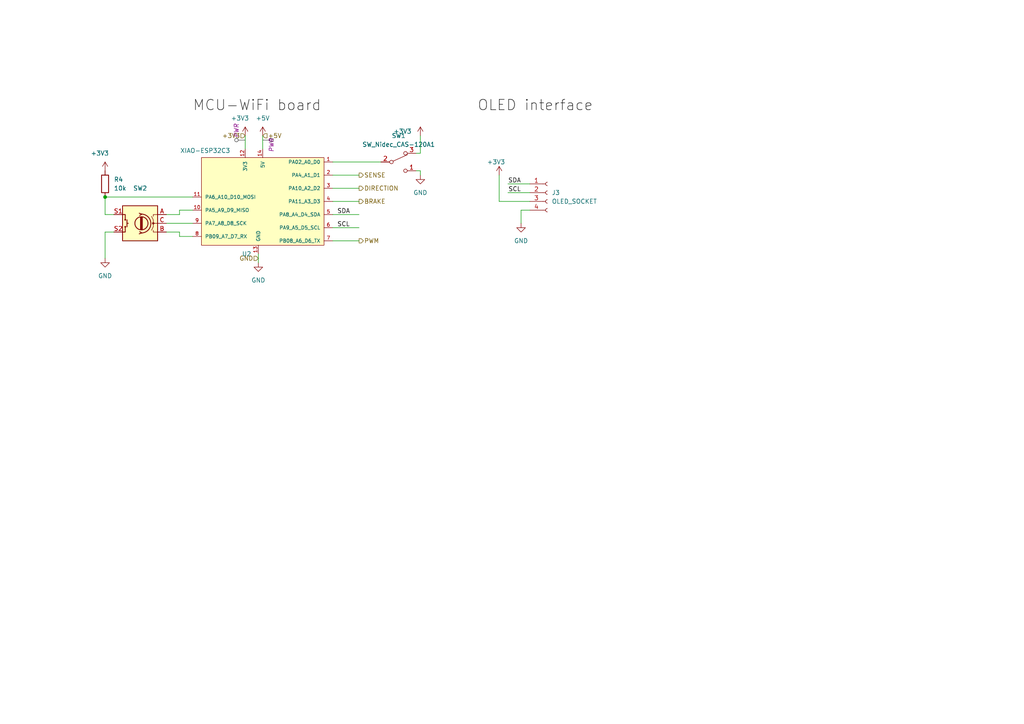
<source format=kicad_sch>
(kicad_sch (version 20231120) (generator "eeschema") (generator_version "7.99")
  (paper "A4")
  (lib_symbols
    (symbol "Connector:Conn_01x04_Socket" (pin_names (offset 1.016) hide)
      (property "Reference" "J" (at 0 5.08 0))
      (property "Value" "Conn_01x04_Socket" (at 0 -7.62 0))
      (symbol "Conn_01x04_Socket_1_1"
        (arc (start 0 -4.572) (mid -0.5058 -5.08) (end 0 -5.588) (stroke (width 0.1524)))
        (arc (start 0 -2.032) (mid -0.5058 -2.54) (end 0 -3.048) (stroke (width 0.1524)))
        (polyline (pts (xy -1.27 -5.08) (xy -0.508 -5.08)) (stroke (width 0.1524)))
        (polyline (pts (xy -1.27 -2.54) (xy -0.508 -2.54)) (stroke (width 0.1524)))
        (polyline (pts (xy -1.27 0) (xy -0.508 0)) (stroke (width 0.1524)))
        (polyline (pts (xy -1.27 2.54) (xy -0.508 2.54)) (stroke (width 0.1524)))
        (arc (start 0 0.508) (mid -0.5058 0) (end 0 -0.508) (stroke (width 0.1524)))
        (arc (start 0 3.048) (mid -0.5058 2.54) (end 0 2.032) (stroke (width 0.1524)))
        (pin passive line (at -5.08 2.54 0) (length 3.81) (name "Pin_1") (number "1"))
        (pin passive line (at -5.08 0 0) (length 3.81) (name "Pin_2") (number "2"))
        (pin passive line (at -5.08 -2.54 0) (length 3.81) (name "Pin_3") (number "3"))
        (pin passive line (at -5.08 -5.08 0) (length 3.81) (name "Pin_4") (number "4"))
      )
    )
    (symbol "Device:R" (pin_numbers hide) (pin_names (offset 0))
      (property "Reference" "R" (at 2.032 0 90))
      (property "Value" "R" (at 0 0 90))
      (symbol "R_0_1"
        (rectangle (start -1.016 -2.54) (end 1.016 2.54) (stroke (width 0.254)))
      )
      (symbol "R_1_1"
        (pin passive line (at 0 3.81 270) (length 1.27) (name "~") (number "1"))
        (pin passive line (at 0 -3.81 90) (length 1.27) (name "~") (number "2"))
      )
    )
    (symbol "Device:RotaryEncoder_Switch" (pin_names (offset 0.254) hide)
      (property "Reference" "SW" (at 0 6.604 0))
      (property "Value" "RotaryEncoder_Switch" (at 0 -6.604 0))
      (symbol "RotaryEncoder_Switch_0_1"
        (rectangle (start -5.08 5.08) (end 5.08 -5.08) (stroke (width 0.254)) (fill (type background)))
        (circle (center -3.81 0) (radius 0.254) (fill (type outline)))
        (circle (center -0.381 0) (radius 1.905) (stroke (width 0.254)))
        (arc (start -0.381 2.667) (mid -3.0988 -0.0635) (end -0.381 -2.794) (stroke (width 0.254)))
        (polyline (pts (xy -0.635 -1.778) (xy -0.635 1.778)) (stroke (width 0.254)))
        (polyline (pts (xy -0.381 -1.778) (xy -0.381 1.778)) (stroke (width 0.254)))
        (polyline (pts (xy -0.127 1.778) (xy -0.127 -1.778)) (stroke (width 0.254)))
        (polyline (pts (xy 3.81 0) (xy 3.429 0)) (stroke (width 0.254)))
        (polyline (pts (xy 3.81 1.016) (xy 3.81 -1.016)) (stroke (width 0.254)))
        (polyline (pts (xy -5.08 -2.54) (xy -3.81 -2.54) (xy -3.81 -2.032)))
        (polyline (pts (xy -5.08 2.54) (xy -3.81 2.54) (xy -3.81 2.032)))
        (polyline (pts (xy 0.254 -3.048) (xy -0.508 -2.794) (xy 0.127 -2.413)) (stroke (width 0.254)))
        (polyline (pts (xy 0.254 2.921) (xy -0.508 2.667) (xy 0.127 2.286)) (stroke (width 0.254)))
        (polyline (pts (xy 5.08 -2.54) (xy 4.318 -2.54) (xy 4.318 -1.016)) (stroke (width 0.254)))
        (polyline (pts (xy 5.08 2.54) (xy 4.318 2.54) (xy 4.318 1.016)) (stroke (width 0.254)))
        (polyline (pts (xy -5.08 0) (xy -3.81 0) (xy -3.81 -1.016) (xy -3.302 -2.032)))
        (polyline (pts (xy -4.318 0) (xy -3.81 0) (xy -3.81 1.016) (xy -3.302 2.032)))
        (circle (center 4.318 -1.016) (radius 0.127) (stroke (width 0.254)))
        (circle (center 4.318 1.016) (radius 0.127) (stroke (width 0.254)))
      )
      (symbol "RotaryEncoder_Switch_1_1"
        (pin passive line (at -7.62 2.54 0) (length 2.54) (name "A") (number "A"))
        (pin passive line (at -7.62 -2.54 0) (length 2.54) (name "B") (number "B"))
        (pin passive line (at -7.62 0 0) (length 2.54) (name "C") (number "C"))
        (pin passive line (at 7.62 2.54 180) (length 2.54) (name "S1") (number "S1"))
        (pin passive line (at 7.62 -2.54 180) (length 2.54) (name "S2") (number "S2"))
      )
    )
    (symbol "MOUDLE-SEEEDUINO-XIAO-ESP32C3:MOUDLE-SEEEDUINO-XIAO-ESP32C3" (pin_names (offset 1.016))
      (property "Reference" "U" (at -28.956 13.97 0))
      (property "Value" "MOUDLE-SEEEDUINO-XIAO-ESP32C3" (at -28.956 11.684 0))
      (symbol "MOUDLE-SEEEDUINO-XIAO-ESP32C3_0_0"
        (pin bidirectional line (at -31.75 10.16 0) (length 2.54) (name "PA02_A0_D0") (number "1"))
        (pin bidirectional line (at 8.89 -3.81 180) (length 2.54) (name "PA5_A9_D9_MISO") (number "10"))
        (pin bidirectional line (at 8.89 0 180) (length 2.54) (name "PA6_A10_D10_MOSI") (number "11"))
        (pin bidirectional line (at -6.35 13.97 270) (length 2.54) (name "3V3") (number "12"))
        (pin bidirectional line (at -10.16 -16.51 90) (length 2.54) (name "GND") (number "13"))
        (pin bidirectional line (at -11.43 13.97 270) (length 2.54) (name "5V") (number "14"))
        (pin bidirectional line (at -31.75 6.35 0) (length 2.54) (name "PA4_A1_D1") (number "2"))
        (pin bidirectional line (at -31.75 2.54 0) (length 2.54) (name "PA10_A2_D2") (number "3"))
        (pin bidirectional line (at -31.75 -1.27 0) (length 2.54) (name "PA11_A3_D3") (number "4"))
        (pin bidirectional line (at -31.75 -5.08 0) (length 2.54) (name "PA8_A4_D4_SDA") (number "5"))
        (pin bidirectional line (at -31.75 -8.89 0) (length 2.54) (name "PA9_A5_D5_SCL") (number "6"))
        (pin bidirectional line (at -31.75 -12.7 0) (length 2.54) (name "PB08_A6_D6_TX") (number "7"))
        (pin bidirectional line (at 8.89 -11.43 180) (length 2.54) (name "PB09_A7_D7_RX") (number "8"))
        (pin bidirectional line (at 8.89 -7.62 180) (length 2.54) (name "PA7_A8_D8_SCK") (number "9"))
      )
      (symbol "MOUDLE-SEEEDUINO-XIAO-ESP32C3_1_1"
        (rectangle (start -29.21 11.43) (end 6.35 -13.97) (fill (type background)))
      )
    )
    (symbol "Switch:SW_Nidec_CAS-120A1" (pin_names (offset 1) hide)
      (property "Reference" "SW" (at 0 4.318 0))
      (property "Value" "SW_Nidec_CAS-120A1" (at 0 -5.08 0))
      (symbol "SW_Nidec_CAS-120A1_0_0"
        (circle (center -2.032 0) (radius 0.508))
        (circle (center 2.032 -2.54) (radius 0.508))
      )
      (symbol "SW_Nidec_CAS-120A1_0_1"
        (polyline (pts (xy -1.524 0.254) (xy 2.667 2.159)))
        (circle (center 2.032 2.54) (radius 0.508))
      )
      (symbol "SW_Nidec_CAS-120A1_1_1"
        (pin passive line (at 5.08 -2.54 180) (length 2.54) (name "C") (number "1"))
        (pin passive line (at -5.08 0 0) (length 2.54) (name "B") (number "2"))
        (pin passive line (at 5.08 2.54 180) (length 2.54) (name "A") (number "3"))
      )
    )
    (symbol "power:+5V" (power) (pin_names (offset 0))
      (property "Value" "+5V" (at 0 3.556 0))
      (symbol "+5V_0_1"
        (polyline (pts (xy -0.762 1.27) (xy 0 2.54)))
        (polyline (pts (xy 0 0) (xy 0 2.54)))
        (polyline (pts (xy 0 2.54) (xy 0.762 1.27)))
      )
      (symbol "+5V_1_1"
        (pin power_in line (at 0 0 90) (length 0) hide (name "+5V") (number "1"))
      )
    )
    (symbol "power:GND" (power) (pin_names (offset 0))
      (property "Value" "GND" (at 0 -3.81 0))
      (symbol "GND_0_1"
        (polyline (pts (xy 0 0) (xy 0 -1.27) (xy 1.27 -1.27) (xy 0 -2.54) (xy -1.27 -1.27) (xy 0 -1.27)))
      )
      (symbol "GND_1_1"
        (pin power_in line (at 0 0 270) (length 0) hide (name "GND") (number "1"))
      )
    )
  )
  (junction (at 30.48 57.15))
  (wire (pts (xy 96.52 46.99) (xy 110.49 46.99)))
  (wire (pts (xy 104.14 50.8) (xy 96.52 50.8)))
  (wire (pts (xy 147.32 53.34) (xy 153.67 53.34)))
  (wire (pts (xy 52.07 68.58) (xy 55.88 68.58)))
  (wire (pts (xy 30.48 57.15) (xy 30.48 62.23)))
  (wire (pts (xy 121.92 39.37) (xy 121.92 44.45)))
  (wire (pts (xy 52.07 62.23) (xy 52.07 60.96)))
  (wire (pts (xy 52.07 60.96) (xy 55.88 60.96)))
  (wire (pts (xy 104.14 58.42) (xy 96.52 58.42)))
  (wire (pts (xy 151.13 64.77) (xy 151.13 60.96)))
  (wire (pts (xy 74.93 76.2) (xy 74.93 73.66)))
  (wire (pts (xy 52.07 67.31) (xy 52.07 68.58)))
  (wire (pts (xy 104.14 69.85) (xy 96.52 69.85)))
  (wire (pts (xy 30.48 57.15) (xy 55.88 57.15)))
  (wire (pts (xy 144.78 58.42) (xy 153.67 58.42)))
  (wire (pts (xy 30.48 67.31) (xy 33.02 67.31)))
  (wire (pts (xy 147.32 55.88) (xy 153.67 55.88)))
  (wire (pts (xy 48.26 67.31) (xy 52.07 67.31)))
  (wire (pts (xy 121.92 50.8) (xy 121.92 49.53)))
  (wire (pts (xy 151.13 60.96) (xy 153.67 60.96)))
  (wire (pts (xy 121.92 49.53) (xy 120.65 49.53)))
  (wire (pts (xy 96.52 66.04) (xy 104.14 66.04)))
  (wire (pts (xy 144.78 50.8) (xy 144.78 58.42)))
  (wire (pts (xy 104.14 54.61) (xy 96.52 54.61)))
  (wire (pts (xy 96.52 62.23) (xy 104.14 62.23)))
  (wire (pts (xy 76.2 39.37) (xy 76.2 43.18)))
  (wire (pts (xy 71.12 39.37) (xy 71.12 43.18)))
  (wire (pts (xy 30.48 62.23) (xy 33.02 62.23)))
  (wire (pts (xy 48.26 64.77) (xy 55.88 64.77)))
  (wire (pts (xy 30.48 67.31) (xy 30.48 74.93)))
  (wire (pts (xy 121.92 44.45) (xy 120.65 44.45)))
  (wire (pts (xy 48.26 62.23) (xy 52.07 62.23)))
  (label "SCL" (at 151.13 55.88 180))
  (label "MCU-WiFi board" (at 55.88 33.02 0) (effects (font (size 3 3))))
  (label "SDA" (at 97.79 62.23 0))
  (label "OLED interface" (at 138.43 33.02 0) (effects (font (size 3 3))))
  (label "SDA" (at 151.13 53.34 180))
  (label "SCL" (at 97.79 66.04 0))
  (hierarchical_label "PWM" (shape output) (at 104.14 69.85 0))
  (hierarchical_label "+3V3" (shape input) (at 71.12 39.37 180))
  (hierarchical_label "DIRECTION" (shape output) (at 104.14 54.61 0))
  (hierarchical_label "GND" (shape input) (at 74.93 74.93 180))
  (hierarchical_label "SENSE" (shape output) (at 104.14 50.8 0))
  (hierarchical_label "BRAKE" (shape output) (at 104.14 58.42 0))
  (hierarchical_label "+5V" (shape input) (at 76.2 39.37 0))
  (netclass_flag "" (length 2.54) (shape round) (at 71.12 40.64 90) (property "Netclass" "PWR" (at 68.58 39.9415 90) (effects (font (italic yes)) (justify left))))
  (netclass_flag "" (length 2.54) (shape round) (at 76.2 40.64 270) (property "Netclass" "PWR" (at 78.74 39.9415 90) (effects (font (italic yes)) (justify right))))
  (symbol (lib_id "Device:R") (at 30.48 53.34 0) (unit 1)
    (property "Reference" "R4" (at 33.02 52.0699 0) (effects (justify left)))
    (property "Value" "10k" (at 33.02 54.6099 0) (effects (justify left)))
    (property "Description" "Resistor" (effects (hide yes)))
  )
  (symbol (lib_id "Device:RotaryEncoder_Switch") (at 40.64 64.77 0) (mirror y) (unit 1)
    (property "Reference" "SW2" (at 40.64 54.61 0))
    (property "Value" "RotaryEncoder_Switch" (effects (hide yes)))
    (property "Footprint" "Rotary_Encoder:RotaryEncoder_Alps_EC11E-Switch_Vertical_H20mm_CircularMountingHoles" (effects (hide yes)))
    (property "Description" "Rotary encoder, dual channel, incremental quadrate outputs, with switch" (effects (hide yes)))
  )
  (symbol (lib_id "power:+5V") (at 121.92 39.37 0) (mirror y) (unit 1)
    (property "Reference" "#PWR026" (effects (hide yes)))
    (property "Value" "+3V3" (at 119.38 38.0999 0) (effects (justify left)))
    (property "Description" "Power symbol creates a global label with name \"+5V\"" (effects (hide yes)))
  )
  (symbol (lib_id "power:GND") (at 74.93 76.2 0) (unit 1)
    (property "Reference" "#PWR011" (effects (hide yes)))
    (property "Value" "GND" (at 74.93 81.28 0))
    (property "Description" "Power symbol creates a global label with name \"GND\" , ground" (effects (hide yes)))
  )
  (symbol (lib_id "power:GND") (at 30.48 74.93 0) (unit 1)
    (property "Reference" "#PWR029" (effects (hide yes)))
    (property "Value" "GND" (at 30.48 80.01 0))
    (property "Description" "Power symbol creates a global label with name \"GND\" , ground" (effects (hide yes)))
  )
  (symbol (lib_id "Connector:Conn_01x04_Socket") (at 158.75 55.88 0) (unit 1)
    (property "Reference" "J3" (at 160.02 55.8799 0) (effects (justify left)))
    (property "Value" "OLED_SOCKET" (at 160.02 58.4199 0) (effects (justify left)))
    (property "Footprint" "Connector_PinSocket_2.54mm:PinSocket_1x04_P2.54mm_Vertical" (effects (hide yes)))
    (property "Description" "Generic connector, single row, 01x04, script generated" (effects (hide yes)))
    (property "LCSC" "C2718488" (effects (hide yes)))
  )
  (symbol (lib_id "power:+5V") (at 30.48 49.53 0) (unit 1)
    (property "Reference" "#PWR030" (effects (hide yes)))
    (property "Value" "+3V3" (at 28.956 44.45 0))
    (property "Description" "Power symbol creates a global label with name \"+5V\"" (effects (hide yes)))
  )
  (symbol (lib_id "power:+5V") (at 71.12 39.37 0) (unit 1)
    (property "Reference" "#PWR09" (effects (hide yes)))
    (property "Value" "+3V3" (at 69.596 34.29 0))
    (property "Description" "Power symbol creates a global label with name \"+5V\"" (effects (hide yes)))
  )
  (symbol (lib_id "power:GND") (at 121.92 50.8 0) (mirror y) (unit 1)
    (property "Reference" "#PWR027" (effects (hide yes)))
    (property "Value" "GND" (at 121.92 55.88 0))
    (property "Description" "Power symbol creates a global label with name \"GND\" , ground" (effects (hide yes)))
  )
  (symbol (lib_id "power:GND") (at 151.13 64.77 0) (unit 1)
    (property "Reference" "#PWR019" (effects (hide yes)))
    (property "Value" "GND" (at 151.13 69.85 0))
    (property "Description" "Power symbol creates a global label with name \"GND\" , ground" (effects (hide yes)))
  )
  (symbol (lib_id "Switch:SW_Nidec_CAS-120A1") (at 115.57 46.99 0) (unit 1)
    (property "Reference" "SW1" (at 115.6335 39.37 0))
    (property "Value" "SW_Nidec_CAS-120A1" (at 115.6335 41.91 0))
    (property "Footprint" "Button_Switch_SMD:Nidec_Copal_CAS-120A" (effects (hide yes)))
    (property "Datasheet" "https://www.nidec-components.com/e/catalog/switch/cas.pdf" (effects (hide yes)))
    (property "Description" "Switch, single pole double throw" (effects (hide yes)))
    (property "LCSC" "C109335" (effects (hide yes)))
  )
  (symbol (lib_id "power:+5V") (at 144.78 50.8 0) (unit 1)
    (property "Reference" "#PWR020" (effects (hide yes)))
    (property "Value" "+3V3" (at 141.224 46.99 0) (effects (justify left)))
    (property "Description" "Power symbol creates a global label with name \"+5V\"" (effects (hide yes)))
  )
  (symbol (lib_id "power:+5V") (at 76.2 39.37 0) (mirror y) (unit 1)
    (property "Reference" "#PWR028" (effects (hide yes)))
    (property "Value" "+5V" (at 76.2 34.29 0))
    (property "Description" "Power symbol creates a global label with name \"+5V\"" (effects (hide yes)))
  )
  (symbol (lib_id "MOUDLE-SEEEDUINO-XIAO-ESP32C3:MOUDLE-SEEEDUINO-XIAO-ESP32C3") (at 64.77 57.15 0) (mirror y) (unit 1)
    (property "Reference" "U2" (at 72.9106 73.66 0) (effects (justify left)))
    (property "Value" "XIAO-ESP32C3" (at 66.802 43.688 0) (effects (justify left)))
    (property "Footprint" "XIAO:MOUDLE14P-SMD-2.54-21X17.8MM" (effects (hide yes)))
  )
)
</source>
